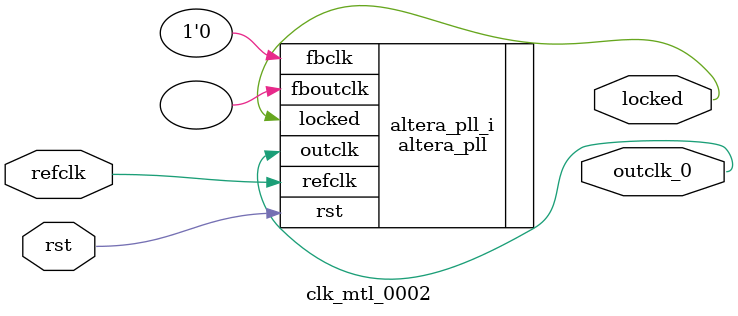
<source format=v>
`timescale 1ns/10ps
module  clk_mtl_0002(

	// interface 'refclk'
	input wire refclk,

	// interface 'reset'
	input wire rst,

	// interface 'outclk0'
	output wire outclk_0,

	// interface 'locked'
	output wire locked
);

	altera_pll #(
		.fractional_vco_multiplier("false"),
		.reference_clock_frequency("100.0 MHz"),
		.operation_mode("direct"),
		.number_of_clocks(1),
		.output_clock_frequency0("100.000000 MHz"),
		.phase_shift0("0 ps"),
		.duty_cycle0(50),
		.output_clock_frequency1("0 MHz"),
		.phase_shift1("0 ps"),
		.duty_cycle1(50),
		.output_clock_frequency2("0 MHz"),
		.phase_shift2("0 ps"),
		.duty_cycle2(50),
		.output_clock_frequency3("0 MHz"),
		.phase_shift3("0 ps"),
		.duty_cycle3(50),
		.output_clock_frequency4("0 MHz"),
		.phase_shift4("0 ps"),
		.duty_cycle4(50),
		.output_clock_frequency5("0 MHz"),
		.phase_shift5("0 ps"),
		.duty_cycle5(50),
		.output_clock_frequency6("0 MHz"),
		.phase_shift6("0 ps"),
		.duty_cycle6(50),
		.output_clock_frequency7("0 MHz"),
		.phase_shift7("0 ps"),
		.duty_cycle7(50),
		.output_clock_frequency8("0 MHz"),
		.phase_shift8("0 ps"),
		.duty_cycle8(50),
		.output_clock_frequency9("0 MHz"),
		.phase_shift9("0 ps"),
		.duty_cycle9(50),
		.output_clock_frequency10("0 MHz"),
		.phase_shift10("0 ps"),
		.duty_cycle10(50),
		.output_clock_frequency11("0 MHz"),
		.phase_shift11("0 ps"),
		.duty_cycle11(50),
		.output_clock_frequency12("0 MHz"),
		.phase_shift12("0 ps"),
		.duty_cycle12(50),
		.output_clock_frequency13("0 MHz"),
		.phase_shift13("0 ps"),
		.duty_cycle13(50),
		.output_clock_frequency14("0 MHz"),
		.phase_shift14("0 ps"),
		.duty_cycle14(50),
		.output_clock_frequency15("0 MHz"),
		.phase_shift15("0 ps"),
		.duty_cycle15(50),
		.output_clock_frequency16("0 MHz"),
		.phase_shift16("0 ps"),
		.duty_cycle16(50),
		.output_clock_frequency17("0 MHz"),
		.phase_shift17("0 ps"),
		.duty_cycle17(50),
		.pll_type("General"),
		.pll_subtype("General")
	) altera_pll_i (
		.rst	(rst),
		.outclk	({outclk_0}),
		.locked	(locked),
		.fboutclk	( ),
		.fbclk	(1'b0),
		.refclk	(refclk)
	);
endmodule


</source>
